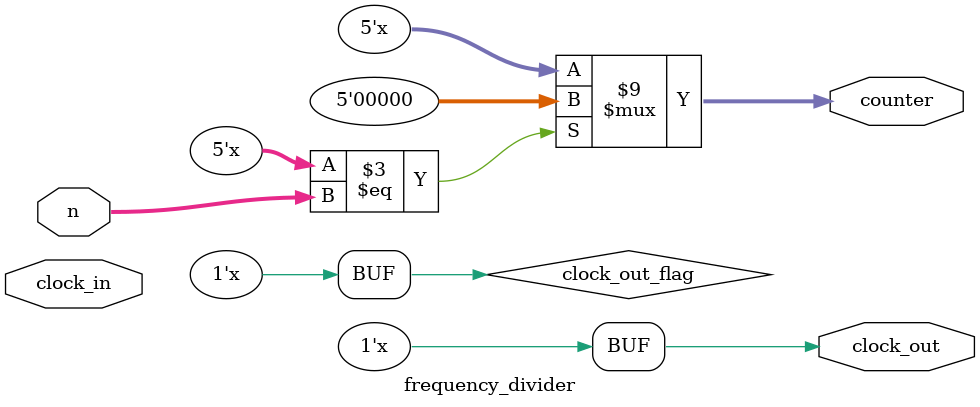
<source format=v>
module frequency_divider(
    input wire clock_in,
    input wire [4:0] n,
    output wire clock_out,
    output reg [4:0] counter
);

initial begin
    counter = 5'b00000;
end

reg clock_out_flag = 1'b0;
assign clock_out = clock_out_flag;

always @(clock_in) begin
    counter = counter + 1;
    if (counter == n) begin
        counter <= 5'b00000;
        clock_out_flag <= ~clock_out_flag;
    end
end
endmodule
</source>
